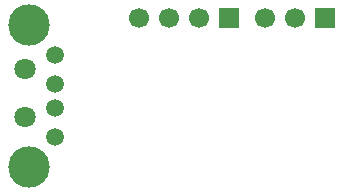
<source format=gbs>
G04 (created by PCBNEW (2013-07-07 BZR 4022)-stable) date 24/11/2014 17:48:06*
%MOIN*%
G04 Gerber Fmt 3.4, Leading zero omitted, Abs format*
%FSLAX34Y34*%
G01*
G70*
G90*
G04 APERTURE LIST*
%ADD10C,0.00590551*%
%ADD11R,0.0669291X0.0669291*%
%ADD12C,0.0669291*%
%ADD13C,0.137795*%
%ADD14C,0.0590551*%
%ADD15C,0.0708661*%
G04 APERTURE END LIST*
G54D10*
G54D11*
X84649Y-68661D03*
G54D12*
X83649Y-68661D03*
X82649Y-68661D03*
X81649Y-68661D03*
G54D11*
X87850Y-68661D03*
G54D12*
X86850Y-68661D03*
X85850Y-68661D03*
G54D13*
X77992Y-68897D03*
X77992Y-73622D03*
G54D14*
X78858Y-72637D03*
X78858Y-71653D03*
X78858Y-70866D03*
X78858Y-69881D03*
G54D15*
X77874Y-70354D03*
X77874Y-71968D03*
M02*

</source>
